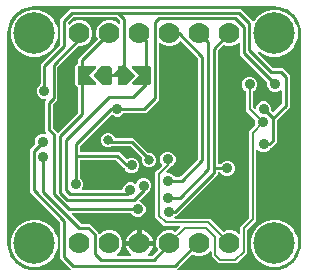
<source format=gbr>
G04 EAGLE Gerber RS-274X export*
G75*
%MOMM*%
%FSLAX34Y34*%
%LPD*%
%INBottom Copper*%
%IPPOS*%
%AMOC8*
5,1,8,0,0,1.08239X$1,22.5*%
G01*
%ADD10C,1.778000*%
%ADD11C,3.516000*%
%ADD12C,0.381000*%
%ADD13C,0.889000*%
%ADD14C,0.254000*%
%ADD15C,0.203200*%
%ADD16C,0.800100*%

G36*
X55137Y2545D02*
X55137Y2545D01*
X55166Y2542D01*
X55277Y2565D01*
X55389Y2581D01*
X55416Y2593D01*
X55445Y2598D01*
X55545Y2651D01*
X55648Y2697D01*
X55671Y2716D01*
X55697Y2729D01*
X55779Y2807D01*
X55865Y2880D01*
X55882Y2905D01*
X55903Y2925D01*
X55960Y3023D01*
X56023Y3117D01*
X56032Y3145D01*
X56047Y3170D01*
X56075Y3280D01*
X56109Y3388D01*
X56110Y3418D01*
X56117Y3446D01*
X56113Y3559D01*
X56116Y3672D01*
X56109Y3701D01*
X56108Y3730D01*
X56073Y3838D01*
X56044Y3947D01*
X56029Y3973D01*
X56020Y4001D01*
X55975Y4065D01*
X55899Y4192D01*
X55853Y4235D01*
X55825Y4274D01*
X54820Y5279D01*
X47497Y12602D01*
X47497Y42661D01*
X47485Y42748D01*
X47482Y42835D01*
X47465Y42888D01*
X47457Y42943D01*
X47422Y43023D01*
X47395Y43106D01*
X47367Y43145D01*
X47341Y43202D01*
X47245Y43316D01*
X47200Y43379D01*
X21589Y68990D01*
X21589Y105301D01*
X25737Y109449D01*
X25752Y109468D01*
X25768Y109482D01*
X25799Y109528D01*
X25849Y109582D01*
X25875Y109632D01*
X25908Y109676D01*
X25922Y109714D01*
X25925Y109718D01*
X25931Y109737D01*
X25939Y109758D01*
X25979Y109836D01*
X25987Y109883D01*
X26009Y109942D01*
X26021Y110089D01*
X26034Y110167D01*
X26034Y112841D01*
X27020Y115222D01*
X28843Y117045D01*
X31224Y118031D01*
X33800Y118031D01*
X34007Y117945D01*
X34090Y117924D01*
X34170Y117893D01*
X34227Y117889D01*
X34282Y117874D01*
X34368Y117877D01*
X34453Y117870D01*
X34509Y117881D01*
X34566Y117883D01*
X34648Y117909D01*
X34732Y117926D01*
X34783Y117952D01*
X34837Y117969D01*
X34908Y118017D01*
X34984Y118057D01*
X35026Y118096D01*
X35073Y118127D01*
X35128Y118193D01*
X35191Y118252D01*
X35219Y118302D01*
X35256Y118345D01*
X35291Y118423D01*
X35334Y118498D01*
X35348Y118553D01*
X35371Y118605D01*
X35383Y118690D01*
X35404Y118773D01*
X35403Y118830D01*
X35410Y118886D01*
X35398Y118972D01*
X35395Y119057D01*
X35378Y119111D01*
X35370Y119168D01*
X35334Y119246D01*
X35308Y119328D01*
X35279Y119368D01*
X35253Y119427D01*
X35158Y119537D01*
X35113Y119601D01*
X34162Y120552D01*
X34162Y145513D01*
X34743Y146094D01*
X34761Y146118D01*
X34783Y146137D01*
X34846Y146231D01*
X34914Y146321D01*
X34925Y146349D01*
X34941Y146373D01*
X34975Y146481D01*
X35015Y146587D01*
X35018Y146616D01*
X35027Y146644D01*
X35030Y146758D01*
X35039Y146870D01*
X35033Y146899D01*
X35034Y146928D01*
X35005Y147038D01*
X34983Y147149D01*
X34970Y147175D01*
X34962Y147203D01*
X34905Y147301D01*
X34852Y147401D01*
X34832Y147423D01*
X34817Y147448D01*
X34734Y147525D01*
X34656Y147607D01*
X34631Y147622D01*
X34610Y147642D01*
X34509Y147694D01*
X34411Y147751D01*
X34383Y147758D01*
X34357Y147772D01*
X34279Y147785D01*
X34136Y147821D01*
X34073Y147819D01*
X34025Y147827D01*
X32621Y147827D01*
X30240Y148813D01*
X28417Y150636D01*
X27431Y153017D01*
X27431Y155593D01*
X28417Y157974D01*
X30309Y159866D01*
X30361Y159936D01*
X30421Y160000D01*
X30447Y160049D01*
X30480Y160093D01*
X30511Y160175D01*
X30551Y160253D01*
X30559Y160300D01*
X30581Y160359D01*
X30593Y160506D01*
X30606Y160584D01*
X30606Y176595D01*
X32838Y178826D01*
X32838Y178827D01*
X47200Y193188D01*
X47252Y193258D01*
X47312Y193322D01*
X47338Y193371D01*
X47371Y193415D01*
X47402Y193497D01*
X47442Y193575D01*
X47450Y193622D01*
X47472Y193681D01*
X47484Y193829D01*
X47497Y193906D01*
X47497Y215460D01*
X49729Y217692D01*
X53453Y221416D01*
X55685Y223648D01*
X93940Y223648D01*
X94026Y223660D01*
X94114Y223663D01*
X94166Y223680D01*
X94221Y223688D01*
X94301Y223723D01*
X94384Y223750D01*
X94418Y223775D01*
X200112Y223775D01*
X208335Y215552D01*
X210197Y213690D01*
X210289Y213620D01*
X210377Y213547D01*
X210402Y213536D01*
X210424Y213519D01*
X210532Y213478D01*
X210636Y213431D01*
X210664Y213427D01*
X210690Y213418D01*
X210804Y213408D01*
X210918Y213392D01*
X210945Y213396D01*
X210973Y213394D01*
X211085Y213417D01*
X211199Y213433D01*
X211225Y213444D01*
X211252Y213450D01*
X211353Y213503D01*
X211458Y213550D01*
X211480Y213568D01*
X211504Y213581D01*
X211587Y213660D01*
X211675Y213734D01*
X211688Y213756D01*
X211710Y213777D01*
X211845Y214006D01*
X211853Y214019D01*
X211973Y214310D01*
X213198Y215535D01*
X213255Y215610D01*
X213302Y215656D01*
X215125Y218166D01*
X216675Y219060D01*
X216839Y219189D01*
X216885Y219222D01*
X217490Y219827D01*
X219242Y220553D01*
X219308Y220591D01*
X219361Y220611D01*
X222377Y222352D01*
X223853Y222508D01*
X224128Y222577D01*
X224132Y222578D01*
X224135Y222579D01*
X224699Y222813D01*
X226703Y222813D01*
X226763Y222821D01*
X226809Y222818D01*
X230705Y223228D01*
X231829Y222862D01*
X232109Y222813D01*
X232128Y222815D01*
X232143Y222813D01*
X232501Y222813D01*
X234353Y222046D01*
X234396Y222035D01*
X234428Y222018D01*
X238669Y220640D01*
X239325Y220049D01*
X239329Y220047D01*
X239332Y220044D01*
X239360Y220026D01*
X239373Y220017D01*
X239403Y219989D01*
X239451Y219965D01*
X239561Y219890D01*
X239593Y219880D01*
X239616Y219866D01*
X239710Y219827D01*
X240935Y218602D01*
X240958Y218584D01*
X240973Y218565D01*
X244892Y215037D01*
X245130Y214502D01*
X245140Y214487D01*
X245145Y214470D01*
X245182Y214418D01*
X245370Y213964D01*
X245378Y213951D01*
X245381Y213939D01*
X248298Y207387D01*
X248298Y199013D01*
X245381Y192461D01*
X245377Y192447D01*
X245370Y192436D01*
X245193Y192008D01*
X245169Y191977D01*
X245152Y191931D01*
X245130Y191898D01*
X244892Y191363D01*
X240973Y187834D01*
X240954Y187812D01*
X240934Y187798D01*
X239710Y186573D01*
X239616Y186534D01*
X239613Y186532D01*
X239608Y186531D01*
X239580Y186513D01*
X239371Y186390D01*
X239348Y186366D01*
X239325Y186351D01*
X238669Y185760D01*
X234428Y184382D01*
X234387Y184362D01*
X234353Y184354D01*
X232501Y183587D01*
X232143Y183587D01*
X231862Y183547D01*
X231845Y183540D01*
X231829Y183538D01*
X230705Y183172D01*
X226809Y183582D01*
X226749Y183580D01*
X226703Y183587D01*
X224699Y183587D01*
X224135Y183821D01*
X223860Y183892D01*
X223856Y183892D01*
X223853Y183892D01*
X222377Y184048D01*
X219361Y185789D01*
X219290Y185817D01*
X219242Y185847D01*
X217490Y186573D01*
X216885Y187178D01*
X216719Y187303D01*
X216675Y187340D01*
X216420Y187487D01*
X216411Y187491D01*
X216403Y187497D01*
X216279Y187544D01*
X216156Y187593D01*
X216146Y187594D01*
X216137Y187598D01*
X216005Y187609D01*
X215873Y187622D01*
X215864Y187620D01*
X215854Y187621D01*
X215724Y187595D01*
X215594Y187572D01*
X215585Y187567D01*
X215575Y187565D01*
X215458Y187505D01*
X215339Y187446D01*
X215332Y187439D01*
X215323Y187434D01*
X215227Y187344D01*
X215129Y187254D01*
X215124Y187245D01*
X215117Y187239D01*
X215050Y187124D01*
X214981Y187011D01*
X214978Y187002D01*
X214973Y186993D01*
X214940Y186865D01*
X214905Y186737D01*
X214905Y186727D01*
X214903Y186718D01*
X214907Y186586D01*
X214909Y186453D01*
X214912Y186443D01*
X214912Y186434D01*
X214953Y186308D01*
X214991Y186181D01*
X214996Y186173D01*
X214999Y186163D01*
X215032Y186117D01*
X215146Y185942D01*
X215173Y185919D01*
X215194Y185890D01*
X227144Y173940D01*
X227214Y173888D01*
X227278Y173828D01*
X227327Y173802D01*
X227371Y173769D01*
X227453Y173738D01*
X227531Y173698D01*
X227578Y173690D01*
X227637Y173668D01*
X227785Y173656D01*
X227862Y173643D01*
X235523Y173643D01*
X241428Y167738D01*
X241428Y140745D01*
X230930Y130247D01*
X230878Y130178D01*
X230818Y130114D01*
X230792Y130064D01*
X230759Y130020D01*
X230728Y129938D01*
X230688Y129860D01*
X230680Y129813D01*
X230658Y129754D01*
X230646Y129607D01*
X230633Y129529D01*
X230633Y111027D01*
X225456Y105850D01*
X225437Y105842D01*
X225354Y105815D01*
X225314Y105787D01*
X225257Y105761D01*
X225144Y105665D01*
X225080Y105620D01*
X223189Y103728D01*
X220808Y102742D01*
X218231Y102742D01*
X215850Y103728D01*
X214967Y104612D01*
X214943Y104629D01*
X214924Y104652D01*
X214830Y104715D01*
X214740Y104783D01*
X214712Y104793D01*
X214688Y104809D01*
X214580Y104844D01*
X214474Y104884D01*
X214445Y104886D01*
X214417Y104895D01*
X214303Y104898D01*
X214191Y104907D01*
X214162Y104902D01*
X214133Y104902D01*
X214023Y104874D01*
X213912Y104852D01*
X213886Y104838D01*
X213858Y104831D01*
X213760Y104773D01*
X213660Y104721D01*
X213638Y104700D01*
X213613Y104685D01*
X213536Y104603D01*
X213454Y104525D01*
X213439Y104499D01*
X213419Y104478D01*
X213367Y104377D01*
X213310Y104279D01*
X213303Y104251D01*
X213289Y104225D01*
X213276Y104148D01*
X213240Y104004D01*
X213242Y103941D01*
X213234Y103894D01*
X213234Y44457D01*
X205911Y37135D01*
X205859Y37065D01*
X205799Y37001D01*
X205773Y36951D01*
X205740Y36907D01*
X205709Y36826D01*
X205669Y36748D01*
X205661Y36700D01*
X205639Y36642D01*
X205627Y36494D01*
X205614Y36417D01*
X205614Y17152D01*
X196843Y8381D01*
X181617Y8381D01*
X175386Y14612D01*
X175386Y17788D01*
X175382Y17817D01*
X175385Y17846D01*
X175379Y17873D01*
X175380Y17886D01*
X175367Y17934D01*
X175362Y17957D01*
X175346Y18070D01*
X175334Y18096D01*
X175329Y18125D01*
X175276Y18226D01*
X175230Y18329D01*
X175211Y18351D01*
X175198Y18378D01*
X175120Y18460D01*
X175047Y18546D01*
X175022Y18562D01*
X175002Y18584D01*
X174904Y18641D01*
X174810Y18704D01*
X174782Y18713D01*
X174757Y18727D01*
X174647Y18755D01*
X174539Y18789D01*
X174509Y18790D01*
X174481Y18797D01*
X174368Y18794D01*
X174255Y18797D01*
X174226Y18789D01*
X174197Y18788D01*
X174089Y18753D01*
X173980Y18725D01*
X173954Y18710D01*
X173926Y18701D01*
X173863Y18655D01*
X173837Y18640D01*
X173811Y18629D01*
X173797Y18616D01*
X173735Y18580D01*
X173692Y18534D01*
X173653Y18506D01*
X171287Y16140D01*
X167273Y14477D01*
X162927Y14477D01*
X159391Y15942D01*
X159390Y15942D01*
X159388Y15943D01*
X159254Y15977D01*
X159116Y16013D01*
X159114Y16013D01*
X159113Y16013D01*
X158972Y16009D01*
X158832Y16005D01*
X158830Y16004D01*
X158829Y16004D01*
X158696Y15961D01*
X158561Y15918D01*
X158560Y15917D01*
X158558Y15917D01*
X158546Y15908D01*
X158325Y15760D01*
X158305Y15736D01*
X158285Y15722D01*
X146837Y4274D01*
X146819Y4250D01*
X146797Y4231D01*
X146734Y4137D01*
X146666Y4047D01*
X146655Y4019D01*
X146639Y3995D01*
X146605Y3887D01*
X146565Y3781D01*
X146562Y3752D01*
X146553Y3724D01*
X146550Y3610D01*
X146541Y3498D01*
X146547Y3469D01*
X146546Y3440D01*
X146575Y3330D01*
X146597Y3219D01*
X146610Y3193D01*
X146618Y3165D01*
X146676Y3067D01*
X146728Y2967D01*
X146748Y2945D01*
X146763Y2920D01*
X146846Y2843D01*
X146924Y2761D01*
X146949Y2746D01*
X146970Y2726D01*
X147071Y2674D01*
X147169Y2617D01*
X147197Y2610D01*
X147224Y2596D01*
X147301Y2583D01*
X147445Y2547D01*
X147507Y2549D01*
X147555Y2541D01*
X228600Y2541D01*
X228644Y2547D01*
X228680Y2544D01*
X232097Y2813D01*
X232255Y2848D01*
X232331Y2859D01*
X238831Y4971D01*
X239086Y5096D01*
X239100Y5109D01*
X239114Y5115D01*
X244643Y9133D01*
X244847Y9330D01*
X244856Y9346D01*
X244867Y9357D01*
X248885Y14886D01*
X249018Y15137D01*
X249022Y15156D01*
X249029Y15169D01*
X251141Y21669D01*
X251169Y21829D01*
X251187Y21903D01*
X251456Y25320D01*
X251453Y25365D01*
X251459Y25400D01*
X251459Y203200D01*
X251453Y203244D01*
X251456Y203280D01*
X251187Y206697D01*
X251184Y206710D01*
X251185Y206722D01*
X251164Y206800D01*
X251152Y206855D01*
X251141Y206931D01*
X249029Y213431D01*
X248904Y213686D01*
X248891Y213700D01*
X248885Y213714D01*
X244867Y219243D01*
X244670Y219447D01*
X244654Y219456D01*
X244643Y219467D01*
X239114Y223485D01*
X238863Y223618D01*
X238844Y223622D01*
X238831Y223629D01*
X232331Y225741D01*
X232171Y225769D01*
X232097Y225787D01*
X228680Y226056D01*
X228635Y226053D01*
X228600Y226059D01*
X25400Y226059D01*
X25356Y226053D01*
X25320Y226056D01*
X21903Y225787D01*
X21745Y225752D01*
X21669Y225741D01*
X15169Y223629D01*
X14914Y223504D01*
X14900Y223491D01*
X14886Y223485D01*
X9357Y219467D01*
X9153Y219270D01*
X9144Y219254D01*
X9133Y219243D01*
X5115Y213714D01*
X4982Y213463D01*
X4978Y213444D01*
X4971Y213431D01*
X2859Y206931D01*
X2843Y206838D01*
X2823Y206774D01*
X2822Y206732D01*
X2813Y206697D01*
X2544Y203280D01*
X2547Y203235D01*
X2541Y203200D01*
X2541Y25400D01*
X2547Y25356D01*
X2544Y25320D01*
X2813Y21903D01*
X2848Y21745D01*
X2859Y21669D01*
X4971Y15169D01*
X5096Y14914D01*
X5109Y14900D01*
X5115Y14886D01*
X9133Y9357D01*
X9330Y9153D01*
X9346Y9144D01*
X9357Y9133D01*
X14886Y5115D01*
X15137Y4982D01*
X15156Y4978D01*
X15169Y4971D01*
X21669Y2859D01*
X21829Y2831D01*
X21903Y2813D01*
X25320Y2544D01*
X25365Y2547D01*
X25400Y2541D01*
X55107Y2541D01*
X55137Y2545D01*
G37*
G36*
X106518Y14748D02*
X106518Y14748D01*
X106627Y14756D01*
X106659Y14768D01*
X106692Y14773D01*
X106791Y14817D01*
X106893Y14855D01*
X106921Y14875D01*
X106951Y14889D01*
X107034Y14959D01*
X107122Y15024D01*
X107143Y15051D01*
X107168Y15072D01*
X107229Y15163D01*
X107295Y15249D01*
X107307Y15281D01*
X107326Y15309D01*
X107359Y15413D01*
X107398Y15514D01*
X107402Y15548D01*
X107412Y15580D01*
X107415Y15689D01*
X107425Y15797D01*
X107418Y15830D01*
X107419Y15864D01*
X107392Y15969D01*
X107371Y16076D01*
X107356Y16107D01*
X107347Y16139D01*
X107292Y16233D01*
X107242Y16330D01*
X107221Y16352D01*
X107202Y16384D01*
X107042Y16534D01*
X107007Y16569D01*
X106853Y16681D01*
X105581Y17953D01*
X104524Y19409D01*
X103707Y21012D01*
X103151Y22723D01*
X103048Y23369D01*
X113284Y23369D01*
X113342Y23377D01*
X113400Y23375D01*
X113482Y23397D01*
X113565Y23409D01*
X113619Y23433D01*
X113675Y23447D01*
X113748Y23490D01*
X113825Y23525D01*
X113869Y23563D01*
X113920Y23593D01*
X113977Y23654D01*
X114042Y23709D01*
X114074Y23757D01*
X114114Y23800D01*
X114153Y23875D01*
X114199Y23945D01*
X114217Y24001D01*
X114244Y24053D01*
X114255Y24121D01*
X114285Y24216D01*
X114288Y24316D01*
X114299Y24384D01*
X114299Y25401D01*
X114301Y25401D01*
X114301Y24384D01*
X114309Y24326D01*
X114308Y24268D01*
X114329Y24186D01*
X114341Y24103D01*
X114365Y24049D01*
X114379Y23993D01*
X114422Y23920D01*
X114457Y23843D01*
X114495Y23798D01*
X114525Y23748D01*
X114586Y23690D01*
X114641Y23626D01*
X114689Y23594D01*
X114732Y23554D01*
X114807Y23515D01*
X114877Y23469D01*
X114933Y23451D01*
X114985Y23424D01*
X115053Y23413D01*
X115148Y23383D01*
X115248Y23380D01*
X115316Y23369D01*
X125552Y23369D01*
X125449Y22723D01*
X124893Y21012D01*
X124076Y19409D01*
X123019Y17953D01*
X121747Y16681D01*
X121593Y16569D01*
X121515Y16494D01*
X121432Y16423D01*
X121413Y16395D01*
X121388Y16372D01*
X121334Y16278D01*
X121274Y16187D01*
X121264Y16154D01*
X121247Y16125D01*
X121221Y16020D01*
X121188Y15916D01*
X121187Y15882D01*
X121179Y15849D01*
X121184Y15740D01*
X121181Y15632D01*
X121189Y15599D01*
X121191Y15565D01*
X121225Y15462D01*
X121253Y15357D01*
X121270Y15328D01*
X121281Y15295D01*
X121343Y15206D01*
X121398Y15112D01*
X121423Y15089D01*
X121442Y15061D01*
X121526Y14992D01*
X121605Y14918D01*
X121635Y14902D01*
X121662Y14881D01*
X121762Y14838D01*
X121858Y14788D01*
X121888Y14783D01*
X121923Y14768D01*
X122140Y14741D01*
X122189Y14733D01*
X124576Y14733D01*
X124663Y14745D01*
X124750Y14748D01*
X124803Y14765D01*
X124858Y14773D01*
X124938Y14808D01*
X125021Y14835D01*
X125060Y14863D01*
X125117Y14889D01*
X125231Y14985D01*
X125294Y15030D01*
X129678Y19414D01*
X129679Y19415D01*
X129681Y19416D01*
X129769Y19535D01*
X129849Y19641D01*
X129850Y19643D01*
X129851Y19644D01*
X129901Y19778D01*
X129950Y19907D01*
X129951Y19909D01*
X129951Y19910D01*
X129963Y20053D01*
X129974Y20190D01*
X129974Y20192D01*
X129974Y20193D01*
X129970Y20209D01*
X129918Y20469D01*
X129904Y20496D01*
X129898Y20521D01*
X128777Y23227D01*
X128777Y27573D01*
X130440Y31587D01*
X133513Y34660D01*
X137527Y36323D01*
X141873Y36323D01*
X144384Y35282D01*
X144386Y35282D01*
X144387Y35281D01*
X144523Y35247D01*
X144660Y35211D01*
X144661Y35211D01*
X144663Y35211D01*
X144803Y35216D01*
X144944Y35220D01*
X144945Y35220D01*
X144947Y35220D01*
X145080Y35263D01*
X145215Y35306D01*
X145216Y35307D01*
X145217Y35308D01*
X145230Y35316D01*
X145451Y35464D01*
X145470Y35488D01*
X145491Y35502D01*
X148387Y38398D01*
X148396Y38410D01*
X148400Y38414D01*
X148406Y38423D01*
X148427Y38441D01*
X148489Y38535D01*
X148557Y38625D01*
X148568Y38653D01*
X148584Y38677D01*
X148618Y38785D01*
X148659Y38891D01*
X148661Y38920D01*
X148670Y38948D01*
X148673Y39062D01*
X148682Y39174D01*
X148677Y39203D01*
X148677Y39232D01*
X148649Y39342D01*
X148626Y39453D01*
X148613Y39479D01*
X148605Y39507D01*
X148548Y39605D01*
X148495Y39705D01*
X148475Y39727D01*
X148460Y39752D01*
X148378Y39829D01*
X148300Y39911D01*
X148274Y39926D01*
X148253Y39946D01*
X148152Y39998D01*
X148054Y40055D01*
X148026Y40062D01*
X148000Y40076D01*
X147922Y40089D01*
X147779Y40125D01*
X147716Y40123D01*
X147669Y40131D01*
X135262Y40131D01*
X127761Y47632D01*
X127761Y85718D01*
X129844Y87801D01*
X129845Y87801D01*
X133198Y91155D01*
X133234Y91202D01*
X133276Y91242D01*
X133319Y91315D01*
X133369Y91382D01*
X133390Y91437D01*
X133420Y91487D01*
X133441Y91569D01*
X133471Y91648D01*
X133475Y91706D01*
X133490Y91763D01*
X133487Y91847D01*
X133494Y91931D01*
X133483Y91988D01*
X133481Y92047D01*
X133455Y92127D01*
X133438Y92210D01*
X133411Y92262D01*
X133408Y92273D01*
X133407Y92274D01*
X133393Y92317D01*
X133353Y92374D01*
X133307Y92462D01*
X133276Y92495D01*
X133262Y92519D01*
X133225Y92553D01*
X133198Y92591D01*
X132938Y92851D01*
X131952Y95232D01*
X131952Y97808D01*
X132938Y100189D01*
X134761Y102012D01*
X137142Y102998D01*
X139718Y102998D01*
X142099Y102012D01*
X143922Y100189D01*
X144908Y97808D01*
X144908Y95232D01*
X143922Y92851D01*
X142099Y91028D01*
X141596Y90820D01*
X141569Y90804D01*
X141540Y90795D01*
X141476Y90749D01*
X141351Y90675D01*
X141306Y90628D01*
X141266Y90600D01*
X137484Y86818D01*
X137467Y86794D01*
X137444Y86775D01*
X137381Y86681D01*
X137314Y86591D01*
X137303Y86563D01*
X137287Y86539D01*
X137253Y86431D01*
X137212Y86325D01*
X137210Y86296D01*
X137201Y86268D01*
X137198Y86154D01*
X137189Y86042D01*
X137194Y86013D01*
X137194Y85984D01*
X137222Y85874D01*
X137245Y85763D01*
X137258Y85737D01*
X137266Y85709D01*
X137323Y85611D01*
X137376Y85511D01*
X137396Y85489D01*
X137411Y85464D01*
X137493Y85387D01*
X137571Y85305D01*
X137597Y85290D01*
X137618Y85270D01*
X137719Y85218D01*
X137817Y85161D01*
X137845Y85154D01*
X137871Y85140D01*
X137949Y85127D01*
X138092Y85091D01*
X138155Y85093D01*
X138202Y85085D01*
X139718Y85085D01*
X142099Y84099D01*
X143991Y82207D01*
X144061Y82155D01*
X144125Y82095D01*
X144174Y82069D01*
X144218Y82036D01*
X144300Y82005D01*
X144378Y81965D01*
X144425Y81957D01*
X144484Y81935D01*
X144631Y81923D01*
X144709Y81910D01*
X148591Y81910D01*
X148677Y81922D01*
X148765Y81925D01*
X148817Y81942D01*
X148872Y81950D01*
X148952Y81985D01*
X149035Y82012D01*
X149074Y82040D01*
X149132Y82066D01*
X149245Y82162D01*
X149308Y82207D01*
X163924Y96823D01*
X163977Y96892D01*
X164037Y96956D01*
X164062Y97006D01*
X164095Y97050D01*
X164126Y97132D01*
X164166Y97210D01*
X164174Y97257D01*
X164196Y97316D01*
X164208Y97463D01*
X164221Y97541D01*
X164221Y181745D01*
X164209Y181832D01*
X164206Y181919D01*
X164189Y181972D01*
X164182Y182027D01*
X164146Y182106D01*
X164119Y182190D01*
X164091Y182229D01*
X164065Y182286D01*
X163969Y182399D01*
X163924Y182463D01*
X149885Y196502D01*
X149838Y196537D01*
X149798Y196580D01*
X149725Y196622D01*
X149658Y196673D01*
X149603Y196694D01*
X149553Y196723D01*
X149471Y196744D01*
X149392Y196774D01*
X149334Y196779D01*
X149277Y196793D01*
X149193Y196791D01*
X149109Y196798D01*
X149052Y196786D01*
X148993Y196784D01*
X148913Y196759D01*
X148830Y196742D01*
X148778Y196715D01*
X148723Y196697D01*
X148666Y196657D01*
X148578Y196611D01*
X148505Y196542D01*
X148449Y196502D01*
X145887Y193940D01*
X141873Y192277D01*
X137527Y192277D01*
X133513Y193940D01*
X132544Y194909D01*
X132520Y194927D01*
X132501Y194949D01*
X132407Y195012D01*
X132317Y195080D01*
X132289Y195090D01*
X132265Y195107D01*
X132157Y195141D01*
X132051Y195181D01*
X132022Y195184D01*
X131994Y195192D01*
X131880Y195195D01*
X131768Y195205D01*
X131739Y195199D01*
X131710Y195200D01*
X131600Y195171D01*
X131489Y195149D01*
X131463Y195135D01*
X131435Y195128D01*
X131337Y195070D01*
X131237Y195018D01*
X131215Y194998D01*
X131190Y194983D01*
X131113Y194900D01*
X131031Y194822D01*
X131016Y194797D01*
X130996Y194775D01*
X130944Y194674D01*
X130887Y194577D01*
X130880Y194548D01*
X130866Y194522D01*
X130853Y194445D01*
X130817Y194301D01*
X130819Y194239D01*
X130811Y194191D01*
X130811Y147095D01*
X119723Y136007D01*
X101774Y136007D01*
X101687Y135995D01*
X101600Y135992D01*
X101547Y135975D01*
X101492Y135967D01*
X101412Y135932D01*
X101329Y135905D01*
X101290Y135877D01*
X101233Y135851D01*
X101120Y135755D01*
X101056Y135710D01*
X99164Y133818D01*
X96783Y132832D01*
X94207Y132832D01*
X91826Y133818D01*
X91428Y134216D01*
X91381Y134251D01*
X91341Y134294D01*
X91268Y134337D01*
X91201Y134387D01*
X91146Y134408D01*
X91096Y134438D01*
X91014Y134458D01*
X90935Y134488D01*
X90877Y134493D01*
X90820Y134508D01*
X90736Y134505D01*
X90652Y134512D01*
X90594Y134500D01*
X90536Y134499D01*
X90456Y134473D01*
X90373Y134456D01*
X90321Y134429D01*
X90265Y134411D01*
X90209Y134371D01*
X90121Y134325D01*
X90048Y134256D01*
X89992Y134216D01*
X63925Y108149D01*
X63873Y108080D01*
X63813Y108016D01*
X63787Y107966D01*
X63754Y107922D01*
X63723Y107840D01*
X63683Y107762D01*
X63675Y107715D01*
X63653Y107656D01*
X63641Y107509D01*
X63628Y107431D01*
X63628Y104013D01*
X63635Y103963D01*
X63634Y103949D01*
X63636Y103945D01*
X63634Y103897D01*
X63656Y103815D01*
X63668Y103731D01*
X63691Y103678D01*
X63706Y103622D01*
X63749Y103549D01*
X63784Y103472D01*
X63822Y103427D01*
X63851Y103377D01*
X63913Y103319D01*
X63967Y103255D01*
X64016Y103223D01*
X64059Y103183D01*
X64134Y103144D01*
X64204Y103097D01*
X64260Y103080D01*
X64312Y103053D01*
X64380Y103042D01*
X64475Y103012D01*
X64575Y103009D01*
X64643Y102998D01*
X97126Y102998D01*
X99358Y100766D01*
X102994Y97130D01*
X102995Y97129D01*
X102996Y97127D01*
X103115Y97039D01*
X103221Y96959D01*
X103223Y96958D01*
X103224Y96957D01*
X103358Y96907D01*
X103487Y96858D01*
X103489Y96857D01*
X103490Y96857D01*
X103635Y96845D01*
X103770Y96834D01*
X103772Y96834D01*
X103773Y96834D01*
X103789Y96838D01*
X104049Y96890D01*
X104076Y96904D01*
X104101Y96910D01*
X106535Y97918D01*
X109111Y97918D01*
X111492Y96932D01*
X113315Y95109D01*
X114301Y92728D01*
X114301Y90152D01*
X113315Y87771D01*
X111492Y85948D01*
X109111Y84962D01*
X106535Y84962D01*
X104154Y85948D01*
X102331Y87771D01*
X101928Y88745D01*
X101912Y88772D01*
X101903Y88801D01*
X101857Y88865D01*
X101783Y88990D01*
X101736Y89034D01*
X101708Y89074D01*
X94687Y96095D01*
X94618Y96147D01*
X94554Y96207D01*
X94504Y96233D01*
X94460Y96266D01*
X94378Y96297D01*
X94301Y96337D01*
X94253Y96345D01*
X94194Y96367D01*
X94047Y96379D01*
X93969Y96392D01*
X64643Y96392D01*
X64585Y96384D01*
X64527Y96386D01*
X64445Y96364D01*
X64361Y96352D01*
X64308Y96329D01*
X64252Y96314D01*
X64179Y96271D01*
X64102Y96236D01*
X64057Y96198D01*
X64007Y96169D01*
X63949Y96107D01*
X63885Y96053D01*
X63853Y96004D01*
X63813Y95961D01*
X63774Y95886D01*
X63727Y95816D01*
X63710Y95760D01*
X63683Y95708D01*
X63672Y95640D01*
X63642Y95545D01*
X63639Y95445D01*
X63628Y95377D01*
X63628Y81844D01*
X63640Y81757D01*
X63643Y81670D01*
X63660Y81617D01*
X63668Y81562D01*
X63703Y81482D01*
X63730Y81399D01*
X63758Y81360D01*
X63784Y81303D01*
X63880Y81190D01*
X63925Y81126D01*
X65817Y79234D01*
X66803Y76853D01*
X66803Y74277D01*
X65867Y72017D01*
X65838Y71905D01*
X65803Y71796D01*
X65803Y71768D01*
X65796Y71741D01*
X65799Y71627D01*
X65796Y71512D01*
X65803Y71485D01*
X65804Y71457D01*
X65839Y71348D01*
X65868Y71237D01*
X65882Y71213D01*
X65890Y71186D01*
X65954Y71091D01*
X66013Y70992D01*
X66033Y70973D01*
X66049Y70950D01*
X66136Y70876D01*
X66220Y70798D01*
X66245Y70785D01*
X66266Y70767D01*
X66371Y70721D01*
X66473Y70668D01*
X66498Y70664D01*
X66526Y70652D01*
X66790Y70615D01*
X66805Y70613D01*
X99187Y70613D01*
X99245Y70621D01*
X99303Y70619D01*
X99385Y70641D01*
X99469Y70653D01*
X99522Y70676D01*
X99578Y70691D01*
X99651Y70734D01*
X99728Y70769D01*
X99773Y70807D01*
X99823Y70836D01*
X99881Y70898D01*
X99945Y70952D01*
X99977Y71001D01*
X100017Y71044D01*
X100056Y71119D01*
X100103Y71189D01*
X100120Y71245D01*
X100147Y71297D01*
X100158Y71365D01*
X100188Y71460D01*
X100191Y71560D01*
X100202Y71628D01*
X100202Y71773D01*
X101188Y74154D01*
X103011Y75977D01*
X105392Y76963D01*
X107968Y76963D01*
X110400Y75956D01*
X110444Y75919D01*
X110469Y75908D01*
X110491Y75891D01*
X110598Y75850D01*
X110703Y75803D01*
X110731Y75800D01*
X110757Y75790D01*
X110871Y75780D01*
X110985Y75765D01*
X111012Y75768D01*
X111040Y75766D01*
X111153Y75789D01*
X111266Y75805D01*
X111291Y75817D01*
X111319Y75822D01*
X111421Y75875D01*
X111525Y75922D01*
X111546Y75940D01*
X111571Y75953D01*
X111654Y76032D01*
X111742Y76107D01*
X111755Y76128D01*
X111777Y76149D01*
X111913Y76380D01*
X111920Y76391D01*
X112571Y77964D01*
X114394Y79787D01*
X116775Y80773D01*
X119351Y80773D01*
X121732Y79787D01*
X123555Y77964D01*
X124541Y75583D01*
X124541Y73007D01*
X123555Y70626D01*
X121732Y68803D01*
X120838Y68433D01*
X120811Y68417D01*
X120782Y68408D01*
X120718Y68362D01*
X120593Y68289D01*
X120549Y68242D01*
X120509Y68213D01*
X114642Y62346D01*
X114573Y62255D01*
X114499Y62167D01*
X114488Y62141D01*
X114471Y62119D01*
X114430Y62012D01*
X114384Y61907D01*
X114380Y61879D01*
X114370Y61853D01*
X114360Y61739D01*
X114345Y61625D01*
X114349Y61598D01*
X114346Y61570D01*
X114369Y61457D01*
X114385Y61344D01*
X114397Y61319D01*
X114402Y61291D01*
X114455Y61189D01*
X114502Y61085D01*
X114520Y61064D01*
X114533Y61039D01*
X114612Y60956D01*
X114687Y60868D01*
X114708Y60855D01*
X114729Y60833D01*
X114958Y60699D01*
X114971Y60690D01*
X116699Y59975D01*
X118522Y58152D01*
X119508Y55771D01*
X119508Y53195D01*
X118522Y50814D01*
X116699Y48991D01*
X114318Y48005D01*
X111742Y48005D01*
X109361Y48991D01*
X107469Y50883D01*
X107399Y50935D01*
X107335Y50995D01*
X107286Y51021D01*
X107242Y51054D01*
X107160Y51085D01*
X107082Y51125D01*
X107035Y51133D01*
X106976Y51155D01*
X106829Y51167D01*
X106751Y51180D01*
X58177Y51180D01*
X58147Y51176D01*
X58118Y51179D01*
X58007Y51156D01*
X57895Y51140D01*
X57868Y51128D01*
X57840Y51123D01*
X57739Y51071D01*
X57636Y51024D01*
X57613Y51005D01*
X57587Y50992D01*
X57505Y50914D01*
X57419Y50841D01*
X57402Y50816D01*
X57381Y50796D01*
X57324Y50698D01*
X57261Y50604D01*
X57252Y50576D01*
X57237Y50551D01*
X57209Y50441D01*
X57175Y50333D01*
X57174Y50303D01*
X57167Y50275D01*
X57171Y50162D01*
X57168Y50049D01*
X57175Y50020D01*
X57176Y49991D01*
X57211Y49883D01*
X57240Y49774D01*
X57255Y49748D01*
X57264Y49720D01*
X57309Y49657D01*
X57385Y49529D01*
X57431Y49486D01*
X57459Y49447D01*
X64571Y42335D01*
X64641Y42283D01*
X64704Y42223D01*
X64754Y42197D01*
X64798Y42164D01*
X64880Y42133D01*
X64958Y42093D01*
X65005Y42085D01*
X65064Y42063D01*
X65211Y42051D01*
X65289Y42038D01*
X72488Y42038D01*
X77398Y37128D01*
X79630Y34896D01*
X79630Y34028D01*
X79634Y33999D01*
X79631Y33970D01*
X79654Y33858D01*
X79670Y33746D01*
X79682Y33720D01*
X79687Y33691D01*
X79740Y33590D01*
X79786Y33487D01*
X79805Y33465D01*
X79818Y33438D01*
X79896Y33356D01*
X79969Y33270D01*
X79994Y33254D01*
X80014Y33232D01*
X80112Y33175D01*
X80206Y33112D01*
X80234Y33103D01*
X80259Y33089D01*
X80369Y33061D01*
X80477Y33027D01*
X80507Y33026D01*
X80535Y33019D01*
X80648Y33022D01*
X80761Y33019D01*
X80790Y33027D01*
X80819Y33028D01*
X80927Y33063D01*
X81036Y33091D01*
X81062Y33106D01*
X81090Y33115D01*
X81154Y33161D01*
X81281Y33236D01*
X81324Y33282D01*
X81363Y33310D01*
X82713Y34660D01*
X86727Y36323D01*
X91073Y36323D01*
X95087Y34660D01*
X98160Y31587D01*
X99823Y27573D01*
X99823Y23227D01*
X98160Y19213D01*
X95413Y16466D01*
X95395Y16442D01*
X95373Y16423D01*
X95310Y16329D01*
X95242Y16239D01*
X95232Y16211D01*
X95215Y16187D01*
X95181Y16079D01*
X95141Y15973D01*
X95138Y15944D01*
X95130Y15916D01*
X95127Y15802D01*
X95117Y15690D01*
X95123Y15661D01*
X95122Y15632D01*
X95151Y15522D01*
X95173Y15411D01*
X95187Y15385D01*
X95194Y15357D01*
X95252Y15259D01*
X95304Y15159D01*
X95324Y15137D01*
X95339Y15112D01*
X95422Y15035D01*
X95500Y14953D01*
X95525Y14938D01*
X95547Y14918D01*
X95647Y14866D01*
X95745Y14809D01*
X95774Y14802D01*
X95800Y14788D01*
X95877Y14775D01*
X96021Y14739D01*
X96083Y14741D01*
X96131Y14733D01*
X106411Y14733D01*
X106518Y14748D01*
G37*
G36*
X198588Y33274D02*
X198588Y33274D01*
X198617Y33273D01*
X198727Y33302D01*
X198838Y33324D01*
X198864Y33338D01*
X198892Y33345D01*
X198990Y33403D01*
X199090Y33455D01*
X199112Y33475D01*
X199137Y33490D01*
X199214Y33573D01*
X199296Y33651D01*
X199311Y33676D01*
X199331Y33698D01*
X199383Y33798D01*
X199440Y33896D01*
X199447Y33925D01*
X199461Y33951D01*
X199474Y34028D01*
X199510Y34172D01*
X199508Y34234D01*
X199516Y34282D01*
X199516Y39363D01*
X206839Y46685D01*
X206891Y46755D01*
X206951Y46819D01*
X206977Y46869D01*
X207010Y46913D01*
X207041Y46994D01*
X207081Y47072D01*
X207089Y47120D01*
X207111Y47178D01*
X207123Y47326D01*
X207136Y47403D01*
X207136Y120437D01*
X209219Y122520D01*
X209220Y122520D01*
X212160Y125461D01*
X212161Y125462D01*
X212162Y125463D01*
X212250Y125580D01*
X212331Y125688D01*
X212332Y125689D01*
X212333Y125691D01*
X212383Y125823D01*
X212432Y125954D01*
X212432Y125955D01*
X212433Y125957D01*
X212445Y126101D01*
X212456Y126237D01*
X212456Y126238D01*
X212456Y126240D01*
X212452Y126256D01*
X212400Y126516D01*
X212386Y126543D01*
X212383Y126556D01*
X212383Y129140D01*
X212416Y129270D01*
X212451Y129407D01*
X212451Y129409D01*
X212452Y129410D01*
X212447Y129551D01*
X212443Y129691D01*
X212443Y129693D01*
X212443Y129694D01*
X212400Y129826D01*
X212356Y129962D01*
X212356Y129963D01*
X212355Y129965D01*
X212346Y129977D01*
X212198Y130198D01*
X212175Y130218D01*
X212160Y130238D01*
X204596Y137802D01*
X204596Y153593D01*
X204596Y153595D01*
X204596Y153596D01*
X204576Y153737D01*
X204556Y153875D01*
X204556Y153876D01*
X204556Y153878D01*
X204498Y154005D01*
X204440Y154134D01*
X204439Y154135D01*
X204438Y154137D01*
X204347Y154244D01*
X204257Y154351D01*
X204255Y154352D01*
X204254Y154353D01*
X204241Y154361D01*
X204020Y154509D01*
X203991Y154518D01*
X203979Y154525D01*
X202153Y156351D01*
X201167Y158732D01*
X201167Y161308D01*
X202153Y163689D01*
X203976Y165512D01*
X206357Y166498D01*
X208933Y166498D01*
X211314Y165512D01*
X213137Y163689D01*
X214123Y161308D01*
X214123Y158732D01*
X213137Y156351D01*
X211313Y154527D01*
X211197Y154458D01*
X211076Y154386D01*
X211075Y154385D01*
X211073Y154385D01*
X210972Y154277D01*
X210880Y154180D01*
X210880Y154178D01*
X210879Y154177D01*
X210814Y154052D01*
X210750Y153927D01*
X210750Y153925D01*
X210749Y153924D01*
X210747Y153909D01*
X210695Y153648D01*
X210698Y153618D01*
X210694Y153593D01*
X210694Y140748D01*
X210706Y140662D01*
X210709Y140574D01*
X210726Y140522D01*
X210734Y140467D01*
X210769Y140387D01*
X210796Y140304D01*
X210824Y140265D01*
X210850Y140207D01*
X210946Y140094D01*
X210991Y140030D01*
X211372Y139649D01*
X211396Y139632D01*
X211415Y139609D01*
X211509Y139547D01*
X211599Y139479D01*
X211627Y139468D01*
X211651Y139452D01*
X211759Y139418D01*
X211865Y139377D01*
X211894Y139375D01*
X211922Y139366D01*
X212035Y139363D01*
X212148Y139354D01*
X212177Y139359D01*
X212206Y139359D01*
X212316Y139387D01*
X212427Y139410D01*
X212453Y139423D01*
X212481Y139431D01*
X212579Y139488D01*
X212679Y139541D01*
X212701Y139561D01*
X212726Y139576D01*
X212803Y139658D01*
X212885Y139736D01*
X212900Y139762D01*
X212920Y139783D01*
X212972Y139884D01*
X213029Y139982D01*
X213036Y140010D01*
X213050Y140036D01*
X213063Y140113D01*
X213099Y140257D01*
X213097Y140320D01*
X213101Y140344D01*
X214091Y142734D01*
X215914Y144557D01*
X218295Y145543D01*
X220871Y145543D01*
X223252Y144557D01*
X225075Y142734D01*
X226061Y140353D01*
X226061Y137679D01*
X226073Y137592D01*
X226076Y137505D01*
X226093Y137452D01*
X226101Y137397D01*
X226136Y137317D01*
X226163Y137234D01*
X226191Y137195D01*
X226217Y137138D01*
X226313Y137024D01*
X226358Y136961D01*
X226612Y136707D01*
X226659Y136672D01*
X226699Y136629D01*
X226772Y136586D01*
X226839Y136536D01*
X226894Y136515D01*
X226944Y136485D01*
X227026Y136465D01*
X227105Y136435D01*
X227163Y136430D01*
X227220Y136415D01*
X227304Y136418D01*
X227388Y136411D01*
X227446Y136422D01*
X227504Y136424D01*
X227584Y136450D01*
X227667Y136467D01*
X227719Y136494D01*
X227775Y136512D01*
X227831Y136552D01*
X227919Y136598D01*
X227992Y136667D01*
X228048Y136707D01*
X234525Y143184D01*
X234577Y143253D01*
X234637Y143317D01*
X234663Y143367D01*
X234696Y143411D01*
X234727Y143493D01*
X234767Y143571D01*
X234775Y143618D01*
X234797Y143677D01*
X234809Y143824D01*
X234822Y143902D01*
X234822Y153995D01*
X234818Y154024D01*
X234821Y154054D01*
X234798Y154165D01*
X234782Y154277D01*
X234770Y154304D01*
X234765Y154332D01*
X234713Y154433D01*
X234666Y154536D01*
X234647Y154559D01*
X234634Y154585D01*
X234556Y154667D01*
X234483Y154753D01*
X234458Y154770D01*
X234438Y154791D01*
X234340Y154848D01*
X234246Y154911D01*
X234218Y154920D01*
X234193Y154935D01*
X234083Y154962D01*
X233975Y154997D01*
X233946Y154997D01*
X233917Y155005D01*
X233804Y155001D01*
X233691Y155004D01*
X233662Y154997D01*
X233633Y154996D01*
X233525Y154961D01*
X233416Y154932D01*
X233390Y154917D01*
X233362Y154908D01*
X233299Y154863D01*
X233171Y154787D01*
X233128Y154741D01*
X233089Y154713D01*
X232904Y154528D01*
X230523Y153542D01*
X227947Y153542D01*
X225566Y154528D01*
X223743Y156351D01*
X222757Y158732D01*
X222757Y161406D01*
X222745Y161493D01*
X222742Y161580D01*
X222725Y161633D01*
X222717Y161688D01*
X222682Y161768D01*
X222655Y161851D01*
X222627Y161890D01*
X222601Y161947D01*
X222505Y162061D01*
X222460Y162124D01*
X199389Y185195D01*
X199389Y194191D01*
X199385Y194220D01*
X199388Y194249D01*
X199365Y194361D01*
X199349Y194473D01*
X199337Y194499D01*
X199332Y194528D01*
X199279Y194629D01*
X199233Y194732D01*
X199214Y194754D01*
X199201Y194781D01*
X199123Y194863D01*
X199050Y194949D01*
X199025Y194965D01*
X199005Y194987D01*
X198907Y195044D01*
X198813Y195107D01*
X198785Y195116D01*
X198760Y195130D01*
X198650Y195158D01*
X198542Y195192D01*
X198512Y195193D01*
X198484Y195200D01*
X198371Y195197D01*
X198258Y195200D01*
X198229Y195192D01*
X198200Y195191D01*
X198092Y195156D01*
X197983Y195128D01*
X197957Y195113D01*
X197929Y195104D01*
X197865Y195058D01*
X197738Y194983D01*
X197695Y194937D01*
X197656Y194909D01*
X196687Y193940D01*
X192673Y192277D01*
X188327Y192277D01*
X186070Y193212D01*
X186068Y193213D01*
X186067Y193214D01*
X185934Y193248D01*
X185794Y193283D01*
X185793Y193283D01*
X185791Y193284D01*
X185650Y193279D01*
X185510Y193275D01*
X185509Y193275D01*
X185507Y193275D01*
X185373Y193231D01*
X185239Y193189D01*
X185238Y193188D01*
X185237Y193187D01*
X185224Y193178D01*
X185003Y193030D01*
X184983Y193007D01*
X184963Y192992D01*
X180765Y188794D01*
X180713Y188725D01*
X180653Y188661D01*
X180627Y188611D01*
X180594Y188567D01*
X180563Y188485D01*
X180523Y188408D01*
X180515Y188360D01*
X180493Y188301D01*
X180481Y188154D01*
X180468Y188076D01*
X180468Y93218D01*
X180476Y93160D01*
X180474Y93102D01*
X180496Y93020D01*
X180508Y92936D01*
X180531Y92883D01*
X180546Y92827D01*
X180589Y92754D01*
X180624Y92677D01*
X180662Y92632D01*
X180691Y92582D01*
X180753Y92524D01*
X180807Y92460D01*
X180856Y92428D01*
X180899Y92388D01*
X180974Y92349D01*
X181044Y92302D01*
X181100Y92285D01*
X181152Y92258D01*
X181220Y92247D01*
X181315Y92217D01*
X181415Y92214D01*
X181483Y92203D01*
X182316Y92203D01*
X182403Y92215D01*
X182490Y92218D01*
X182543Y92235D01*
X182598Y92243D01*
X182678Y92278D01*
X182761Y92305D01*
X182800Y92333D01*
X182857Y92359D01*
X182970Y92455D01*
X183034Y92500D01*
X184926Y94392D01*
X187307Y95378D01*
X189883Y95378D01*
X192264Y94392D01*
X194087Y92569D01*
X195073Y90188D01*
X195073Y87612D01*
X194087Y85231D01*
X192264Y83408D01*
X189883Y82422D01*
X187307Y82422D01*
X184926Y83408D01*
X183034Y85300D01*
X182964Y85352D01*
X182901Y85412D01*
X182851Y85438D01*
X182807Y85471D01*
X182725Y85502D01*
X182647Y85542D01*
X182600Y85550D01*
X182541Y85572D01*
X182394Y85584D01*
X182316Y85597D01*
X181483Y85597D01*
X181425Y85589D01*
X181367Y85591D01*
X181285Y85569D01*
X181201Y85557D01*
X181148Y85534D01*
X181092Y85519D01*
X181019Y85476D01*
X180942Y85441D01*
X180897Y85403D01*
X180847Y85374D01*
X180789Y85312D01*
X180725Y85258D01*
X180693Y85209D01*
X180653Y85166D01*
X180614Y85091D01*
X180567Y85021D01*
X180550Y84965D01*
X180523Y84913D01*
X180512Y84845D01*
X180482Y84750D01*
X180479Y84650D01*
X180468Y84582D01*
X180468Y83722D01*
X177601Y80855D01*
X145513Y48767D01*
X145344Y48767D01*
X145257Y48755D01*
X145170Y48752D01*
X145117Y48735D01*
X145062Y48727D01*
X144982Y48692D01*
X144899Y48665D01*
X144860Y48637D01*
X144803Y48611D01*
X144689Y48515D01*
X144626Y48470D01*
X144118Y47962D01*
X144100Y47938D01*
X144078Y47919D01*
X144015Y47825D01*
X143947Y47735D01*
X143936Y47707D01*
X143920Y47683D01*
X143886Y47575D01*
X143846Y47469D01*
X143843Y47440D01*
X143834Y47412D01*
X143831Y47298D01*
X143822Y47186D01*
X143828Y47157D01*
X143827Y47128D01*
X143856Y47018D01*
X143878Y46907D01*
X143891Y46881D01*
X143899Y46853D01*
X143957Y46755D01*
X144009Y46655D01*
X144029Y46633D01*
X144044Y46608D01*
X144127Y46531D01*
X144205Y46449D01*
X144230Y46434D01*
X144251Y46414D01*
X144352Y46362D01*
X144450Y46305D01*
X144478Y46298D01*
X144505Y46284D01*
X144582Y46271D01*
X144726Y46235D01*
X144788Y46237D01*
X144836Y46229D01*
X173983Y46229D01*
X184709Y35502D01*
X184710Y35502D01*
X184711Y35500D01*
X184830Y35412D01*
X184936Y35332D01*
X184938Y35331D01*
X184939Y35330D01*
X185074Y35279D01*
X185202Y35230D01*
X185204Y35230D01*
X185205Y35230D01*
X185350Y35218D01*
X185485Y35207D01*
X185487Y35207D01*
X185488Y35207D01*
X185504Y35210D01*
X185764Y35263D01*
X185791Y35277D01*
X185816Y35282D01*
X188327Y36323D01*
X192673Y36323D01*
X196687Y34660D01*
X197783Y33564D01*
X197807Y33546D01*
X197826Y33524D01*
X197920Y33461D01*
X198010Y33393D01*
X198038Y33383D01*
X198062Y33366D01*
X198170Y33332D01*
X198276Y33292D01*
X198305Y33289D01*
X198333Y33281D01*
X198447Y33278D01*
X198559Y33268D01*
X198588Y33274D01*
G37*
G36*
X45460Y119145D02*
X45460Y119145D01*
X45519Y119147D01*
X45599Y119173D01*
X45682Y119189D01*
X45734Y119216D01*
X45789Y119234D01*
X45845Y119274D01*
X45934Y119320D01*
X46006Y119389D01*
X46062Y119429D01*
X62440Y135807D01*
X62492Y135876D01*
X62552Y135940D01*
X62578Y135990D01*
X62611Y136034D01*
X62642Y136115D01*
X62682Y136193D01*
X62690Y136241D01*
X62712Y136299D01*
X62718Y136368D01*
X62723Y136386D01*
X62725Y136451D01*
X62737Y136524D01*
X62737Y156710D01*
X62729Y156768D01*
X62731Y156826D01*
X62709Y156908D01*
X62697Y156992D01*
X62674Y157045D01*
X62659Y157101D01*
X62616Y157174D01*
X62581Y157251D01*
X62543Y157296D01*
X62514Y157346D01*
X62452Y157404D01*
X62398Y157468D01*
X62349Y157500D01*
X62306Y157540D01*
X62231Y157579D01*
X62161Y157626D01*
X62105Y157643D01*
X62073Y157660D01*
X60221Y159511D01*
X60221Y159849D01*
X60209Y159936D01*
X60206Y160023D01*
X60197Y160051D01*
X60197Y175221D01*
X60208Y175353D01*
X60221Y175431D01*
X60221Y175769D01*
X62076Y177623D01*
X62113Y177633D01*
X62186Y177676D01*
X62263Y177711D01*
X62308Y177749D01*
X62358Y177778D01*
X62416Y177840D01*
X62480Y177894D01*
X62512Y177943D01*
X62552Y177986D01*
X62591Y178061D01*
X62638Y178131D01*
X62655Y178187D01*
X62682Y178239D01*
X62693Y178307D01*
X62723Y178402D01*
X62726Y178502D01*
X62737Y178570D01*
X62737Y181708D01*
X78692Y197663D01*
X78693Y197664D01*
X78695Y197665D01*
X78779Y197779D01*
X78863Y197890D01*
X78864Y197892D01*
X78865Y197893D01*
X78915Y198025D01*
X78965Y198156D01*
X78965Y198158D01*
X78965Y198159D01*
X78976Y198299D01*
X78988Y198439D01*
X78988Y198441D01*
X78988Y198442D01*
X78984Y198458D01*
X78932Y198718D01*
X78918Y198745D01*
X78912Y198770D01*
X77977Y201027D01*
X77977Y205373D01*
X79640Y209387D01*
X82713Y212460D01*
X86727Y214123D01*
X91073Y214123D01*
X95087Y212460D01*
X96056Y211491D01*
X96080Y211473D01*
X96099Y211451D01*
X96193Y211388D01*
X96283Y211320D01*
X96311Y211310D01*
X96335Y211293D01*
X96443Y211259D01*
X96549Y211219D01*
X96578Y211216D01*
X96606Y211208D01*
X96720Y211205D01*
X96832Y211195D01*
X96861Y211201D01*
X96890Y211200D01*
X97000Y211229D01*
X97111Y211251D01*
X97137Y211265D01*
X97165Y211272D01*
X97263Y211330D01*
X97363Y211382D01*
X97385Y211402D01*
X97410Y211417D01*
X97487Y211500D01*
X97569Y211578D01*
X97584Y211603D01*
X97604Y211625D01*
X97656Y211726D01*
X97713Y211823D01*
X97720Y211852D01*
X97734Y211878D01*
X97747Y211955D01*
X97783Y212099D01*
X97781Y212161D01*
X97789Y212209D01*
X97789Y213447D01*
X97777Y213533D01*
X97774Y213621D01*
X97757Y213673D01*
X97749Y213728D01*
X97714Y213808D01*
X97687Y213891D01*
X97659Y213930D01*
X97633Y213987D01*
X97537Y214101D01*
X97492Y214164D01*
X94911Y216745D01*
X94842Y216797D01*
X94778Y216857D01*
X94728Y216883D01*
X94684Y216916D01*
X94603Y216947D01*
X94525Y216987D01*
X94477Y216995D01*
X94419Y217017D01*
X94271Y217029D01*
X94194Y217042D01*
X58841Y217042D01*
X58755Y217030D01*
X58667Y217027D01*
X58615Y217010D01*
X58560Y217002D01*
X58480Y216967D01*
X58397Y216940D01*
X58358Y216912D01*
X58301Y216886D01*
X58187Y216790D01*
X58124Y216745D01*
X54400Y213021D01*
X54348Y212952D01*
X54288Y212888D01*
X54262Y212838D01*
X54229Y212794D01*
X54198Y212713D01*
X54158Y212635D01*
X54150Y212587D01*
X54128Y212529D01*
X54116Y212381D01*
X54103Y212304D01*
X54103Y211701D01*
X54107Y211672D01*
X54104Y211643D01*
X54127Y211531D01*
X54143Y211419D01*
X54155Y211393D01*
X54160Y211364D01*
X54213Y211263D01*
X54259Y211160D01*
X54278Y211138D01*
X54291Y211111D01*
X54369Y211029D01*
X54442Y210943D01*
X54467Y210927D01*
X54487Y210905D01*
X54585Y210848D01*
X54679Y210785D01*
X54707Y210776D01*
X54732Y210762D01*
X54842Y210734D01*
X54950Y210700D01*
X54980Y210699D01*
X55008Y210692D01*
X55121Y210695D01*
X55234Y210692D01*
X55263Y210700D01*
X55292Y210701D01*
X55400Y210736D01*
X55509Y210764D01*
X55535Y210779D01*
X55563Y210788D01*
X55627Y210834D01*
X55754Y210909D01*
X55797Y210955D01*
X55836Y210983D01*
X57313Y212460D01*
X61327Y214123D01*
X65673Y214123D01*
X69687Y212460D01*
X72760Y209387D01*
X74423Y205373D01*
X74423Y201027D01*
X72760Y197013D01*
X69687Y193940D01*
X65673Y192277D01*
X62517Y192277D01*
X62430Y192265D01*
X62343Y192262D01*
X62290Y192245D01*
X62235Y192237D01*
X62156Y192202D01*
X62072Y192175D01*
X62033Y192147D01*
X61976Y192121D01*
X61863Y192025D01*
X61799Y191980D01*
X45256Y175437D01*
X45204Y175367D01*
X45144Y175303D01*
X45118Y175254D01*
X45085Y175210D01*
X45054Y175128D01*
X45014Y175050D01*
X45006Y175003D01*
X44984Y174944D01*
X44972Y174796D01*
X44959Y174719D01*
X44959Y146968D01*
X41065Y143074D01*
X41013Y143005D01*
X40953Y142941D01*
X40927Y142891D01*
X40894Y142847D01*
X40863Y142765D01*
X40823Y142687D01*
X40815Y142640D01*
X40793Y142581D01*
X40781Y142434D01*
X40768Y142356D01*
X40768Y123709D01*
X40780Y123622D01*
X40783Y123535D01*
X40800Y123482D01*
X40808Y123427D01*
X40843Y123347D01*
X40870Y123264D01*
X40898Y123225D01*
X40924Y123168D01*
X41020Y123054D01*
X41065Y122991D01*
X42981Y121075D01*
X44627Y119429D01*
X44673Y119394D01*
X44714Y119352D01*
X44787Y119309D01*
X44854Y119258D01*
X44909Y119237D01*
X44959Y119208D01*
X45041Y119187D01*
X45120Y119157D01*
X45178Y119152D01*
X45234Y119138D01*
X45319Y119140D01*
X45403Y119133D01*
X45460Y119145D01*
G37*
%LPC*%
G36*
X23609Y183582D02*
X23609Y183582D01*
X23549Y183580D01*
X23503Y183587D01*
X21499Y183587D01*
X20935Y183821D01*
X20660Y183892D01*
X20656Y183892D01*
X20653Y183892D01*
X19177Y184048D01*
X16161Y185789D01*
X16090Y185817D01*
X16042Y185847D01*
X14290Y186573D01*
X13685Y187178D01*
X13518Y187304D01*
X13475Y187340D01*
X11925Y188234D01*
X10102Y190744D01*
X10037Y190811D01*
X9998Y190865D01*
X8773Y192090D01*
X8354Y193102D01*
X8272Y193241D01*
X8238Y193310D01*
X7003Y195009D01*
X6431Y197700D01*
X6395Y197799D01*
X6387Y197829D01*
X6376Y197878D01*
X5787Y199299D01*
X5787Y200622D01*
X5768Y200755D01*
X5765Y200833D01*
X5262Y203200D01*
X5765Y205567D01*
X5774Y205701D01*
X5787Y205778D01*
X5787Y207101D01*
X6376Y208522D01*
X6404Y208631D01*
X6431Y208700D01*
X7003Y211391D01*
X8238Y213090D01*
X8306Y213219D01*
X8342Y213274D01*
X8346Y213286D01*
X8354Y213298D01*
X8773Y214310D01*
X9998Y215535D01*
X10055Y215610D01*
X10102Y215656D01*
X11925Y218166D01*
X13475Y219060D01*
X13639Y219189D01*
X13685Y219222D01*
X14290Y219827D01*
X16042Y220553D01*
X16108Y220591D01*
X16161Y220611D01*
X19177Y222352D01*
X20653Y222508D01*
X20928Y222577D01*
X20932Y222578D01*
X20935Y222579D01*
X21499Y222813D01*
X23503Y222813D01*
X23563Y222821D01*
X23609Y222818D01*
X27505Y223228D01*
X28629Y222862D01*
X28909Y222813D01*
X28928Y222815D01*
X28943Y222813D01*
X29301Y222813D01*
X31153Y222046D01*
X31196Y222035D01*
X31228Y222018D01*
X35469Y220640D01*
X36125Y220049D01*
X36129Y220047D01*
X36132Y220044D01*
X36160Y220026D01*
X36173Y220017D01*
X36203Y219989D01*
X36251Y219965D01*
X36361Y219890D01*
X36393Y219880D01*
X36416Y219866D01*
X36510Y219827D01*
X37735Y218602D01*
X37758Y218584D01*
X37773Y218565D01*
X41692Y215037D01*
X41930Y214502D01*
X41940Y214487D01*
X41945Y214470D01*
X41982Y214418D01*
X42170Y213964D01*
X42178Y213951D01*
X42181Y213939D01*
X45098Y207387D01*
X45098Y199013D01*
X42181Y192461D01*
X42177Y192447D01*
X42170Y192436D01*
X41993Y192008D01*
X41969Y191977D01*
X41952Y191931D01*
X41930Y191898D01*
X41692Y191363D01*
X37773Y187834D01*
X37754Y187812D01*
X37734Y187798D01*
X36510Y186573D01*
X36416Y186534D01*
X36413Y186532D01*
X36408Y186531D01*
X36380Y186513D01*
X36171Y186390D01*
X36148Y186366D01*
X36125Y186351D01*
X35469Y185760D01*
X31228Y184382D01*
X31187Y184362D01*
X31153Y184354D01*
X29301Y183587D01*
X28943Y183587D01*
X28662Y183547D01*
X28645Y183540D01*
X28629Y183538D01*
X27505Y183172D01*
X23609Y183582D01*
G37*
%LPD*%
%LPC*%
G36*
X226809Y5782D02*
X226809Y5782D01*
X226749Y5780D01*
X226703Y5787D01*
X224699Y5787D01*
X224135Y6021D01*
X223860Y6092D01*
X223856Y6092D01*
X223853Y6092D01*
X222377Y6248D01*
X219361Y7989D01*
X219290Y8017D01*
X219242Y8047D01*
X217490Y8773D01*
X216885Y9378D01*
X216806Y9438D01*
X216780Y9463D01*
X216759Y9473D01*
X216718Y9504D01*
X216675Y9540D01*
X215125Y10434D01*
X213302Y12944D01*
X213237Y13011D01*
X213198Y13065D01*
X211973Y14290D01*
X211554Y15302D01*
X211472Y15441D01*
X211438Y15510D01*
X210203Y17209D01*
X209631Y19900D01*
X209592Y20006D01*
X209576Y20078D01*
X208987Y21499D01*
X208987Y22822D01*
X208974Y22914D01*
X208975Y22962D01*
X208967Y22996D01*
X208965Y23033D01*
X208462Y25400D01*
X208965Y27767D01*
X208974Y27901D01*
X208987Y27978D01*
X208987Y29301D01*
X209576Y30722D01*
X209604Y30831D01*
X209631Y30900D01*
X210203Y33591D01*
X211438Y35290D01*
X211514Y35434D01*
X211554Y35498D01*
X211973Y36510D01*
X213198Y37735D01*
X213255Y37810D01*
X213302Y37856D01*
X215125Y40366D01*
X216675Y41260D01*
X216687Y41270D01*
X216701Y41276D01*
X216773Y41337D01*
X216839Y41389D01*
X216885Y41422D01*
X217490Y42027D01*
X219242Y42753D01*
X219308Y42791D01*
X219361Y42811D01*
X222377Y44552D01*
X223853Y44708D01*
X224128Y44777D01*
X224132Y44778D01*
X224135Y44779D01*
X224699Y45013D01*
X226703Y45013D01*
X226763Y45021D01*
X226809Y45018D01*
X230705Y45428D01*
X231829Y45062D01*
X232109Y45013D01*
X232128Y45015D01*
X232143Y45013D01*
X232501Y45013D01*
X234353Y44246D01*
X234389Y44237D01*
X234418Y44221D01*
X234423Y44221D01*
X234428Y44218D01*
X238669Y42840D01*
X239325Y42249D01*
X239329Y42247D01*
X239332Y42244D01*
X239360Y42226D01*
X239561Y42090D01*
X239593Y42080D01*
X239616Y42066D01*
X239710Y42027D01*
X240935Y40802D01*
X240958Y40784D01*
X240973Y40765D01*
X244892Y37237D01*
X245130Y36702D01*
X245140Y36687D01*
X245145Y36670D01*
X245182Y36618D01*
X245370Y36164D01*
X245378Y36151D01*
X245381Y36139D01*
X248298Y29587D01*
X248298Y21213D01*
X245381Y14661D01*
X245377Y14647D01*
X245370Y14636D01*
X245193Y14208D01*
X245169Y14177D01*
X245152Y14131D01*
X245130Y14098D01*
X244892Y13563D01*
X240973Y10034D01*
X240954Y10012D01*
X240935Y9998D01*
X239710Y8773D01*
X239616Y8734D01*
X239613Y8732D01*
X239608Y8731D01*
X239580Y8713D01*
X239371Y8590D01*
X239348Y8566D01*
X239325Y8551D01*
X238669Y7960D01*
X234428Y6582D01*
X234387Y6562D01*
X234353Y6554D01*
X232501Y5787D01*
X232143Y5787D01*
X231862Y5747D01*
X231845Y5740D01*
X231829Y5738D01*
X230705Y5372D01*
X226809Y5782D01*
G37*
%LPD*%
%LPC*%
G36*
X23609Y5782D02*
X23609Y5782D01*
X23549Y5780D01*
X23503Y5787D01*
X21499Y5787D01*
X20935Y6021D01*
X20660Y6092D01*
X20656Y6092D01*
X20653Y6092D01*
X19177Y6248D01*
X16161Y7989D01*
X16090Y8017D01*
X16042Y8047D01*
X14290Y8773D01*
X13685Y9378D01*
X13606Y9438D01*
X13580Y9463D01*
X13559Y9473D01*
X13518Y9504D01*
X13475Y9540D01*
X11925Y10434D01*
X10102Y12944D01*
X10037Y13011D01*
X9998Y13065D01*
X8773Y14290D01*
X8354Y15302D01*
X8272Y15441D01*
X8238Y15510D01*
X7003Y17209D01*
X6431Y19900D01*
X6392Y20006D01*
X6376Y20078D01*
X5787Y21499D01*
X5787Y22822D01*
X5774Y22914D01*
X5775Y22962D01*
X5767Y22996D01*
X5765Y23033D01*
X5262Y25400D01*
X5765Y27767D01*
X5774Y27901D01*
X5787Y27978D01*
X5787Y29301D01*
X6376Y30722D01*
X6404Y30831D01*
X6431Y30900D01*
X7003Y33591D01*
X8238Y35290D01*
X8314Y35434D01*
X8354Y35498D01*
X8773Y36510D01*
X9998Y37735D01*
X10055Y37810D01*
X10102Y37856D01*
X11925Y40366D01*
X13475Y41260D01*
X13487Y41270D01*
X13501Y41276D01*
X13573Y41337D01*
X13639Y41389D01*
X13685Y41422D01*
X14290Y42027D01*
X16042Y42753D01*
X16108Y42791D01*
X16161Y42811D01*
X19177Y44552D01*
X20653Y44708D01*
X20928Y44777D01*
X20932Y44778D01*
X20935Y44779D01*
X21499Y45013D01*
X23503Y45013D01*
X23563Y45021D01*
X23609Y45018D01*
X27505Y45428D01*
X28629Y45062D01*
X28909Y45013D01*
X28928Y45015D01*
X28943Y45013D01*
X29301Y45013D01*
X31153Y44246D01*
X31189Y44237D01*
X31218Y44221D01*
X31223Y44221D01*
X31228Y44218D01*
X35469Y42840D01*
X36125Y42249D01*
X36129Y42247D01*
X36132Y42244D01*
X36160Y42226D01*
X36361Y42090D01*
X36393Y42080D01*
X36416Y42066D01*
X36510Y42027D01*
X37735Y40802D01*
X37758Y40784D01*
X37773Y40765D01*
X41692Y37237D01*
X41930Y36702D01*
X41940Y36687D01*
X41945Y36670D01*
X41982Y36618D01*
X42170Y36164D01*
X42178Y36151D01*
X42181Y36139D01*
X45098Y29587D01*
X45098Y21213D01*
X42181Y14661D01*
X42177Y14647D01*
X42170Y14636D01*
X41993Y14208D01*
X41969Y14177D01*
X41952Y14131D01*
X41930Y14098D01*
X41692Y13563D01*
X37773Y10034D01*
X37754Y10012D01*
X37734Y9998D01*
X36510Y8773D01*
X36416Y8734D01*
X36413Y8732D01*
X36408Y8731D01*
X36380Y8713D01*
X36171Y8590D01*
X36148Y8566D01*
X36125Y8551D01*
X35469Y7960D01*
X31228Y6582D01*
X31187Y6562D01*
X31153Y6554D01*
X29301Y5787D01*
X28943Y5787D01*
X28662Y5747D01*
X28645Y5740D01*
X28629Y5738D01*
X27505Y5372D01*
X23609Y5782D01*
G37*
%LPD*%
%LPC*%
G36*
X121355Y89852D02*
X121355Y89852D01*
X119137Y90770D01*
X117440Y92467D01*
X116522Y94685D01*
X116522Y97123D01*
X116531Y97161D01*
X116567Y97297D01*
X116567Y97299D01*
X116567Y97301D01*
X116563Y97441D01*
X116558Y97582D01*
X116558Y97583D01*
X116558Y97585D01*
X116515Y97716D01*
X116472Y97852D01*
X116471Y97854D01*
X116470Y97855D01*
X116462Y97867D01*
X116314Y98089D01*
X116290Y98108D01*
X116276Y98129D01*
X106602Y107802D01*
X106532Y107855D01*
X106468Y107915D01*
X106419Y107940D01*
X106375Y107973D01*
X106293Y108004D01*
X106215Y108044D01*
X106167Y108052D01*
X106109Y108075D01*
X105961Y108087D01*
X105884Y108100D01*
X92174Y108100D01*
X92088Y108088D01*
X92000Y108085D01*
X91948Y108068D01*
X91893Y108060D01*
X91813Y108024D01*
X91730Y107997D01*
X91691Y107969D01*
X91634Y107944D01*
X91520Y107848D01*
X91457Y107802D01*
X91212Y107558D01*
X88994Y106639D01*
X86594Y106639D01*
X84377Y107558D01*
X82680Y109255D01*
X81761Y111472D01*
X81761Y113873D01*
X82680Y116090D01*
X84377Y117787D01*
X86594Y118706D01*
X88994Y118706D01*
X91212Y117787D01*
X92909Y116090D01*
X93223Y115332D01*
X93224Y115331D01*
X93224Y115329D01*
X93296Y115208D01*
X93368Y115087D01*
X93369Y115086D01*
X93370Y115085D01*
X93474Y114987D01*
X93574Y114892D01*
X93576Y114891D01*
X93577Y114890D01*
X93703Y114826D01*
X93827Y114762D01*
X93829Y114761D01*
X93830Y114761D01*
X93845Y114758D01*
X94106Y114707D01*
X94136Y114709D01*
X94161Y114705D01*
X109041Y114705D01*
X121530Y102216D01*
X121600Y102163D01*
X121664Y102103D01*
X121713Y102078D01*
X121757Y102045D01*
X121839Y102014D01*
X121917Y101974D01*
X121965Y101966D01*
X122023Y101943D01*
X122171Y101931D01*
X122248Y101918D01*
X123755Y101918D01*
X125973Y101000D01*
X127670Y99303D01*
X128588Y97085D01*
X128588Y94685D01*
X127670Y92467D01*
X125973Y90770D01*
X123755Y89852D01*
X121355Y89852D01*
G37*
%LPD*%
G36*
X76990Y159762D02*
X76990Y159762D01*
X77009Y159760D01*
X77130Y159781D01*
X77252Y159799D01*
X77269Y159807D01*
X77289Y159810D01*
X77399Y159865D01*
X77511Y159915D01*
X77526Y159928D01*
X77544Y159936D01*
X77635Y160019D01*
X77728Y160099D01*
X77739Y160115D01*
X77753Y160128D01*
X77817Y160233D01*
X77886Y160335D01*
X77891Y160354D01*
X77902Y160371D01*
X77934Y160489D01*
X77971Y160606D01*
X77972Y160626D01*
X77977Y160645D01*
X77975Y160767D01*
X77979Y160890D01*
X77974Y160909D01*
X77973Y160929D01*
X77938Y161047D01*
X77907Y161165D01*
X77897Y161182D01*
X77891Y161201D01*
X77849Y161262D01*
X77762Y161410D01*
X77724Y161445D01*
X77701Y161478D01*
X71767Y167640D01*
X77701Y173802D01*
X77713Y173818D01*
X77728Y173831D01*
X77796Y173933D01*
X77868Y174032D01*
X77875Y174051D01*
X77886Y174067D01*
X77923Y174184D01*
X77964Y174300D01*
X77965Y174319D01*
X77971Y174338D01*
X77974Y174461D01*
X77982Y174583D01*
X77978Y174603D01*
X77979Y174622D01*
X77948Y174741D01*
X77921Y174861D01*
X77912Y174878D01*
X77907Y174897D01*
X77844Y175003D01*
X77785Y175111D01*
X77772Y175125D01*
X77762Y175142D01*
X77672Y175226D01*
X77586Y175313D01*
X77569Y175323D01*
X77554Y175336D01*
X77445Y175392D01*
X77338Y175452D01*
X77319Y175457D01*
X77301Y175466D01*
X77228Y175478D01*
X77061Y175517D01*
X77010Y175515D01*
X76970Y175521D01*
X63270Y175521D01*
X63212Y175513D01*
X63154Y175515D01*
X63072Y175493D01*
X62989Y175481D01*
X62935Y175458D01*
X62879Y175443D01*
X62806Y175400D01*
X62729Y175365D01*
X62684Y175327D01*
X62634Y175298D01*
X62576Y175236D01*
X62512Y175182D01*
X62480Y175133D01*
X62440Y175090D01*
X62401Y175015D01*
X62355Y174945D01*
X62337Y174889D01*
X62310Y174837D01*
X62299Y174769D01*
X62269Y174674D01*
X62266Y174574D01*
X62255Y174506D01*
X62255Y160774D01*
X62263Y160716D01*
X62261Y160658D01*
X62283Y160576D01*
X62295Y160493D01*
X62319Y160439D01*
X62333Y160383D01*
X62376Y160310D01*
X62411Y160233D01*
X62449Y160188D01*
X62479Y160138D01*
X62540Y160080D01*
X62595Y160016D01*
X62643Y159984D01*
X62686Y159944D01*
X62761Y159905D01*
X62831Y159859D01*
X62887Y159841D01*
X62939Y159814D01*
X63007Y159803D01*
X63102Y159773D01*
X63202Y159770D01*
X63270Y159759D01*
X76970Y159759D01*
X76990Y159762D01*
G37*
G36*
X122843Y159767D02*
X122843Y159767D01*
X122901Y159765D01*
X122983Y159787D01*
X123067Y159799D01*
X123120Y159823D01*
X123176Y159837D01*
X123249Y159880D01*
X123326Y159915D01*
X123371Y159953D01*
X123421Y159983D01*
X123479Y160044D01*
X123543Y160099D01*
X123575Y160147D01*
X123615Y160190D01*
X123654Y160265D01*
X123701Y160335D01*
X123718Y160391D01*
X123745Y160443D01*
X123756Y160511D01*
X123786Y160606D01*
X123789Y160706D01*
X123800Y160774D01*
X123800Y174506D01*
X123792Y174564D01*
X123794Y174622D01*
X123772Y174704D01*
X123760Y174788D01*
X123737Y174841D01*
X123722Y174897D01*
X123679Y174970D01*
X123644Y175047D01*
X123606Y175092D01*
X123577Y175142D01*
X123515Y175200D01*
X123461Y175264D01*
X123412Y175296D01*
X123369Y175336D01*
X123294Y175375D01*
X123224Y175422D01*
X123168Y175439D01*
X123116Y175466D01*
X123048Y175477D01*
X122953Y175507D01*
X122853Y175510D01*
X122785Y175521D01*
X109085Y175521D01*
X109066Y175519D01*
X109046Y175521D01*
X108925Y175499D01*
X108804Y175481D01*
X108786Y175473D01*
X108766Y175470D01*
X108656Y175415D01*
X108544Y175365D01*
X108529Y175352D01*
X108511Y175344D01*
X108421Y175261D01*
X108327Y175182D01*
X108316Y175165D01*
X108302Y175152D01*
X108237Y175047D01*
X108170Y174945D01*
X108164Y174926D01*
X108153Y174909D01*
X108121Y174791D01*
X108084Y174674D01*
X108083Y174654D01*
X108078Y174635D01*
X108080Y174513D01*
X108076Y174390D01*
X108081Y174371D01*
X108082Y174351D01*
X108117Y174233D01*
X108148Y174115D01*
X108158Y174098D01*
X108164Y174079D01*
X108206Y174018D01*
X108294Y173870D01*
X108331Y173835D01*
X108354Y173802D01*
X114288Y167640D01*
X108354Y161478D01*
X108342Y161462D01*
X108327Y161450D01*
X108259Y161347D01*
X108187Y161248D01*
X108180Y161229D01*
X108170Y161213D01*
X108132Y161096D01*
X108091Y160980D01*
X108090Y160961D01*
X108084Y160942D01*
X108081Y160819D01*
X108073Y160697D01*
X108077Y160677D01*
X108076Y160658D01*
X108107Y160539D01*
X108134Y160419D01*
X108143Y160402D01*
X108148Y160383D01*
X108211Y160277D01*
X108270Y160169D01*
X108283Y160155D01*
X108294Y160138D01*
X108383Y160054D01*
X108469Y159967D01*
X108486Y159957D01*
X108501Y159944D01*
X108610Y159888D01*
X108717Y159828D01*
X108736Y159823D01*
X108754Y159814D01*
X108827Y159802D01*
X108994Y159763D01*
X109045Y159765D01*
X109085Y159759D01*
X122785Y159759D01*
X122843Y159767D01*
G37*
G36*
X89188Y159767D02*
X89188Y159767D01*
X89246Y159765D01*
X89328Y159787D01*
X89412Y159799D01*
X89465Y159823D01*
X89521Y159837D01*
X89594Y159880D01*
X89671Y159915D01*
X89716Y159953D01*
X89766Y159983D01*
X89824Y160044D01*
X89888Y160099D01*
X89920Y160147D01*
X89960Y160190D01*
X89999Y160265D01*
X90046Y160335D01*
X90063Y160391D01*
X90090Y160443D01*
X90101Y160511D01*
X90131Y160606D01*
X90134Y160706D01*
X90145Y160774D01*
X90145Y174506D01*
X90137Y174564D01*
X90139Y174622D01*
X90117Y174704D01*
X90105Y174788D01*
X90082Y174841D01*
X90067Y174897D01*
X90024Y174970D01*
X89989Y175047D01*
X89951Y175092D01*
X89922Y175142D01*
X89860Y175200D01*
X89806Y175264D01*
X89757Y175296D01*
X89714Y175336D01*
X89639Y175375D01*
X89569Y175422D01*
X89513Y175439D01*
X89461Y175466D01*
X89393Y175477D01*
X89298Y175507D01*
X89198Y175510D01*
X89130Y175521D01*
X82915Y175521D01*
X82810Y175506D01*
X82703Y175499D01*
X82669Y175487D01*
X82634Y175481D01*
X82536Y175438D01*
X82436Y175401D01*
X82411Y175382D01*
X82374Y175365D01*
X82216Y175232D01*
X82171Y175196D01*
X75805Y168330D01*
X75782Y168298D01*
X75754Y168271D01*
X75701Y168182D01*
X75642Y168097D01*
X75630Y168060D01*
X75610Y168026D01*
X75584Y167926D01*
X75551Y167828D01*
X75549Y167788D01*
X75540Y167750D01*
X75543Y167647D01*
X75538Y167544D01*
X75548Y167505D01*
X75549Y167466D01*
X75581Y167368D01*
X75605Y167267D01*
X75624Y167233D01*
X75636Y167195D01*
X75681Y167132D01*
X75745Y167020D01*
X75799Y166968D01*
X75831Y166922D01*
X82697Y160056D01*
X82767Y160004D01*
X82831Y159944D01*
X82880Y159918D01*
X82924Y159885D01*
X83006Y159854D01*
X83084Y159814D01*
X83132Y159806D01*
X83190Y159784D01*
X83338Y159772D01*
X83415Y159759D01*
X89130Y159759D01*
X89188Y159767D01*
G37*
G36*
X103245Y159774D02*
X103245Y159774D01*
X103352Y159781D01*
X103386Y159794D01*
X103422Y159799D01*
X103519Y159842D01*
X103619Y159879D01*
X103644Y159898D01*
X103681Y159915D01*
X103839Y160048D01*
X103885Y160084D01*
X110251Y166950D01*
X110273Y166982D01*
X110301Y167009D01*
X110354Y167098D01*
X110413Y167183D01*
X110425Y167220D01*
X110445Y167254D01*
X110471Y167354D01*
X110504Y167453D01*
X110506Y167492D01*
X110515Y167530D01*
X110512Y167633D01*
X110517Y167737D01*
X110507Y167775D01*
X110506Y167814D01*
X110474Y167912D01*
X110450Y168013D01*
X110431Y168047D01*
X110419Y168085D01*
X110374Y168148D01*
X110310Y168260D01*
X110256Y168312D01*
X110224Y168358D01*
X103358Y175224D01*
X103288Y175276D01*
X103224Y175336D01*
X103175Y175362D01*
X103131Y175395D01*
X103049Y175426D01*
X102971Y175466D01*
X102924Y175474D01*
X102865Y175496D01*
X102717Y175508D01*
X102640Y175521D01*
X96925Y175521D01*
X96867Y175513D01*
X96809Y175515D01*
X96727Y175493D01*
X96644Y175481D01*
X96590Y175458D01*
X96534Y175443D01*
X96461Y175400D01*
X96384Y175365D01*
X96339Y175327D01*
X96289Y175298D01*
X96231Y175236D01*
X96167Y175182D01*
X96135Y175133D01*
X96095Y175090D01*
X96056Y175015D01*
X96010Y174945D01*
X95992Y174889D01*
X95965Y174837D01*
X95954Y174769D01*
X95924Y174674D01*
X95921Y174574D01*
X95910Y174506D01*
X95910Y160774D01*
X95918Y160716D01*
X95916Y160658D01*
X95938Y160576D01*
X95950Y160493D01*
X95974Y160439D01*
X95988Y160383D01*
X96031Y160310D01*
X96066Y160233D01*
X96104Y160188D01*
X96134Y160138D01*
X96195Y160080D01*
X96250Y160016D01*
X96298Y159984D01*
X96341Y159944D01*
X96416Y159905D01*
X96486Y159859D01*
X96542Y159841D01*
X96594Y159814D01*
X96662Y159803D01*
X96757Y159773D01*
X96857Y159770D01*
X96925Y159759D01*
X103140Y159759D01*
X103245Y159774D01*
G37*
%LPC*%
G36*
X116331Y27431D02*
X116331Y27431D01*
X116331Y36652D01*
X116977Y36549D01*
X118688Y35993D01*
X120291Y35176D01*
X121747Y34119D01*
X123019Y32847D01*
X124076Y31391D01*
X124893Y29788D01*
X125449Y28077D01*
X125552Y27431D01*
X116331Y27431D01*
G37*
%LPD*%
%LPC*%
G36*
X103048Y27431D02*
X103048Y27431D01*
X103151Y28077D01*
X103707Y29788D01*
X104524Y31391D01*
X105581Y32847D01*
X106853Y34119D01*
X108309Y35176D01*
X109912Y35993D01*
X111623Y36549D01*
X112269Y36652D01*
X112269Y27431D01*
X103048Y27431D01*
G37*
%LPD*%
D10*
X63500Y25400D03*
X88900Y25400D03*
X114300Y25400D03*
X139700Y25400D03*
X165100Y25400D03*
X190500Y25400D03*
D11*
X25400Y203200D03*
X228600Y203200D03*
X25400Y25400D03*
X228600Y25400D03*
D12*
X101600Y161925D02*
X97790Y161925D01*
X97790Y173355D01*
X101600Y173355D01*
X101600Y161925D01*
X101600Y165544D02*
X97790Y165544D01*
X97790Y169163D02*
X101600Y169163D01*
X101600Y172782D02*
X97790Y172782D01*
X118110Y161925D02*
X121920Y161925D01*
X118110Y161925D02*
X118110Y173355D01*
X121920Y173355D01*
X121920Y161925D01*
X121920Y165544D02*
X118110Y165544D01*
X118110Y169163D02*
X121920Y169163D01*
X121920Y172782D02*
X118110Y172782D01*
X88265Y173355D02*
X84455Y173355D01*
X88265Y173355D02*
X88265Y161925D01*
X84455Y161925D01*
X84455Y173355D01*
X84455Y165544D02*
X88265Y165544D01*
X88265Y169163D02*
X84455Y169163D01*
X84455Y172782D02*
X88265Y172782D01*
X67945Y173355D02*
X64135Y173355D01*
X67945Y173355D02*
X67945Y161925D01*
X64135Y161925D01*
X64135Y173355D01*
X64135Y165544D02*
X67945Y165544D01*
X67945Y169163D02*
X64135Y169163D01*
X64135Y172782D02*
X67945Y172782D01*
D10*
X63500Y203200D03*
X88900Y203200D03*
X114300Y203200D03*
X139700Y203200D03*
X165100Y203200D03*
X190500Y203200D03*
D13*
X10160Y52070D03*
X190500Y46990D03*
X241300Y113665D03*
X26035Y174625D03*
X153670Y165735D03*
X46355Y139700D03*
X159385Y149225D03*
X76200Y212090D03*
X218440Y94615D03*
X32512Y111553D03*
D14*
X24892Y103933D01*
X24892Y70358D01*
X50800Y13970D02*
X58420Y6350D01*
X144242Y6350D01*
X50800Y44450D02*
X24892Y70358D01*
X50800Y44450D02*
X50800Y13970D01*
X163292Y25400D02*
X165100Y25400D01*
X163292Y25400D02*
X144242Y6350D01*
D13*
X207645Y160020D03*
D15*
X207645Y139065D01*
X218861Y127849D01*
D13*
X218861Y127849D03*
X33020Y98425D03*
D14*
X76327Y16510D02*
X81407Y11430D01*
X139700Y24765D02*
X139700Y25400D01*
X126365Y11430D02*
X81407Y11430D01*
X126365Y11430D02*
X139700Y24765D01*
D15*
X139700Y25400D02*
X153035Y38735D01*
X178435Y31115D02*
X178435Y15875D01*
X182880Y11430D01*
X195580Y11430D01*
X202565Y18415D01*
X202565Y38100D02*
X210185Y45720D01*
X210185Y119174D01*
X170815Y38735D02*
X153035Y38735D01*
X170815Y38735D02*
X178435Y31115D01*
X202565Y38100D02*
X202565Y18415D01*
X210185Y119174D02*
X218861Y127849D01*
D14*
X71120Y38735D02*
X63500Y38735D01*
X71120Y38735D02*
X76327Y33528D01*
X33020Y69215D02*
X33020Y98425D01*
X33020Y69215D02*
X63500Y38735D01*
X76327Y33528D02*
X76327Y16510D01*
D13*
X107823Y91440D03*
D14*
X104013Y91440D01*
X95758Y99695D01*
D13*
X60325Y75565D03*
D14*
X90415Y139310D02*
X95495Y139310D01*
D13*
X95495Y139310D03*
D14*
X127508Y212598D02*
X130810Y215900D01*
X195580Y215900D01*
X127508Y148463D02*
X118355Y139310D01*
X95495Y139310D01*
X127508Y148463D02*
X127508Y212598D01*
X195580Y215900D02*
X202692Y208788D01*
X202692Y186563D02*
X229235Y160020D01*
D13*
X229235Y160020D03*
D14*
X202692Y186563D02*
X202692Y208788D01*
X60325Y109220D02*
X60325Y99695D01*
X60325Y75565D01*
X60325Y109220D02*
X90415Y139310D01*
X95758Y99695D02*
X60325Y99695D01*
D13*
X138430Y96520D03*
D15*
X138430Y92075D01*
X130810Y84455D01*
X172720Y43180D02*
X190500Y25400D01*
X130810Y48895D02*
X130810Y84455D01*
X130810Y48895D02*
X136525Y43180D01*
X172720Y43180D01*
D13*
X219583Y139065D03*
D14*
X227330Y131318D01*
X227330Y112395D01*
D13*
X219520Y109220D03*
D14*
X224155Y109220D01*
X227330Y112395D01*
X92710Y167640D02*
X86360Y167640D01*
X92710Y167640D02*
X99695Y167640D01*
X92710Y167640D02*
X101092Y176022D01*
X101092Y215235D01*
X57053Y220345D02*
X50800Y214092D01*
X50800Y192117D02*
X33909Y175226D01*
X33909Y154305D01*
D13*
X33909Y154305D03*
D14*
X95982Y220345D02*
X101092Y215235D01*
X95982Y220345D02*
X95855Y220472D01*
X95982Y220345D02*
X57053Y220345D01*
X50800Y214092D02*
X50800Y192117D01*
X95855Y220472D02*
X198744Y220472D01*
X207264Y211952D01*
X238125Y142113D02*
X227330Y131318D01*
X238125Y142113D02*
X238125Y166370D01*
X234155Y170340D01*
X226073Y170340D01*
X207264Y189149D01*
X207264Y211952D01*
D16*
X87794Y112673D03*
D14*
X89064Y111403D02*
X107673Y111403D01*
X89064Y111403D02*
X87794Y112673D01*
D16*
X122555Y95885D03*
D14*
X122555Y96520D01*
X107673Y111403D01*
X55719Y67310D02*
X52070Y70959D01*
D13*
X106680Y70485D03*
D14*
X52070Y70959D02*
X52070Y113030D01*
X103505Y67310D02*
X106680Y70485D01*
X103505Y67310D02*
X55719Y67310D01*
X120015Y197485D02*
X114300Y203200D01*
X120015Y197485D02*
X120015Y167640D01*
X108864Y149597D02*
X108910Y149550D01*
X88637Y149597D02*
X52070Y113030D01*
X88637Y149597D02*
X108864Y149597D01*
X120015Y160655D02*
X120015Y167640D01*
X120015Y160655D02*
X108910Y149550D01*
X47498Y116194D02*
X47498Y68072D01*
X53340Y62230D01*
X109855Y62230D01*
X118063Y70438D02*
X118063Y74295D01*
X118063Y70438D02*
X109855Y62230D01*
D13*
X118063Y74295D03*
D14*
X66040Y134736D02*
X66040Y167640D01*
X66040Y134736D02*
X47498Y116194D01*
X66040Y167640D02*
X66040Y180340D01*
X88900Y203200D01*
D13*
X138430Y78607D03*
D14*
X150379Y78607D02*
X167524Y95752D01*
X150379Y78607D02*
X138430Y78607D01*
X167524Y95752D02*
X167524Y183534D01*
X147858Y203200D02*
X139700Y203200D01*
X147858Y203200D02*
X167524Y183534D01*
D13*
X138430Y64135D03*
D14*
X148463Y64135D01*
X172593Y88265D01*
X172593Y195707D02*
X165100Y203200D01*
X172593Y195707D02*
X172593Y88265D01*
X63500Y198352D02*
X63500Y203200D01*
D13*
X113030Y54483D03*
D14*
X54621Y54483D02*
X41656Y67448D01*
X54621Y54483D02*
X113030Y54483D01*
X41656Y176508D02*
X63500Y198352D01*
X41656Y176508D02*
X41656Y148336D01*
X37465Y144145D01*
X37465Y121920D01*
X41910Y117475D01*
X41910Y67702D01*
X41656Y67448D01*
D13*
X139065Y52070D03*
D14*
X144145Y52070D01*
X177165Y189865D02*
X190500Y203200D01*
X176530Y84455D02*
X144145Y52070D01*
D13*
X188595Y88900D03*
D14*
X177165Y88900D02*
X177165Y189865D01*
X177165Y88900D02*
X177165Y85090D01*
X176530Y85090D02*
X176530Y84455D01*
X176530Y85090D02*
X177165Y85090D01*
X177165Y88900D02*
X188595Y88900D01*
M02*

</source>
